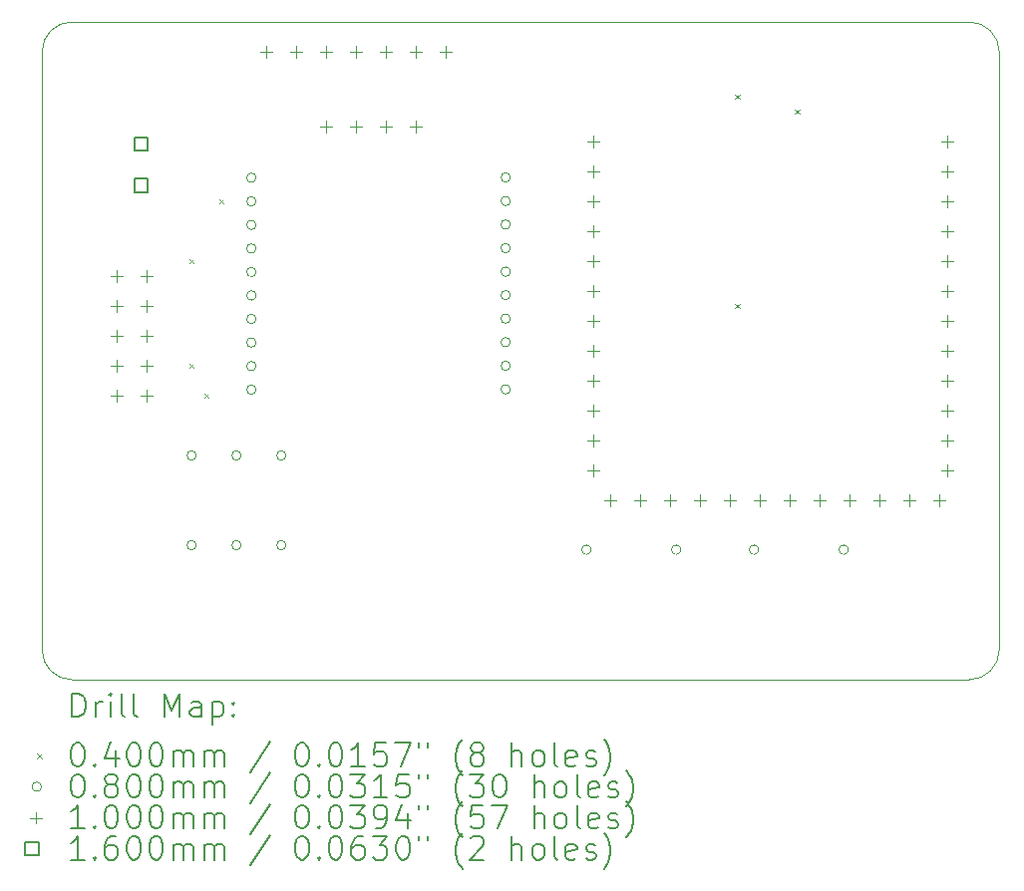
<source format=gbr>
%TF.GenerationSoftware,KiCad,Pcbnew,7.0.9*%
%TF.CreationDate,2025-10-08T14:44:17+03:00*%
%TF.ProjectId,signalgenerator-rounded,7369676e-616c-4676-956e-657261746f72,rev?*%
%TF.SameCoordinates,Original*%
%TF.FileFunction,Drillmap*%
%TF.FilePolarity,Positive*%
%FSLAX45Y45*%
G04 Gerber Fmt 4.5, Leading zero omitted, Abs format (unit mm)*
G04 Created by KiCad (PCBNEW 7.0.9) date 2025-10-08 14:44:17*
%MOMM*%
%LPD*%
G01*
G04 APERTURE LIST*
%ADD10C,0.100000*%
%ADD11C,0.200000*%
%ADD12C,0.160000*%
G04 APERTURE END LIST*
D10*
X2286000Y-7874000D02*
X2540000Y-7874000D01*
X2286000Y-2286000D02*
X2540000Y-2286000D01*
X2286000Y-2286000D02*
G75*
G03*
X2032000Y-2540000I0J-254000D01*
G01*
X2032000Y-7620000D02*
G75*
G03*
X2286000Y-7874000I254000J0D01*
G01*
X10160000Y-7620000D02*
X10160000Y-2540000D01*
X2032000Y-2540000D02*
X2032000Y-7620000D01*
X9906000Y-2286000D02*
X2540000Y-2286000D01*
X10160000Y-2540000D02*
G75*
G03*
X9906000Y-2286000I-254000J0D01*
G01*
X2540000Y-7874000D02*
X9906000Y-7874000D01*
X9906000Y-7874000D02*
G75*
G03*
X10160000Y-7620000I0J254000D01*
G01*
D11*
D10*
X3282000Y-4298000D02*
X3322000Y-4338000D01*
X3322000Y-4298000D02*
X3282000Y-4338000D01*
X3282000Y-5187000D02*
X3322000Y-5227000D01*
X3322000Y-5187000D02*
X3282000Y-5227000D01*
X3409000Y-5441000D02*
X3449000Y-5481000D01*
X3449000Y-5441000D02*
X3409000Y-5481000D01*
X3536000Y-3790000D02*
X3576000Y-3830000D01*
X3576000Y-3790000D02*
X3536000Y-3830000D01*
X3536000Y-3790000D02*
X3576000Y-3830000D01*
X3576000Y-3790000D02*
X3536000Y-3830000D01*
X7917500Y-2901000D02*
X7957500Y-2941000D01*
X7957500Y-2901000D02*
X7917500Y-2941000D01*
X7917500Y-4679000D02*
X7957500Y-4719000D01*
X7957500Y-4679000D02*
X7917500Y-4719000D01*
X8425500Y-3028000D02*
X8465500Y-3068000D01*
X8465500Y-3028000D02*
X8425500Y-3068000D01*
X3342000Y-5969000D02*
G75*
G03*
X3342000Y-5969000I-40000J0D01*
G01*
X3342000Y-6731000D02*
G75*
G03*
X3342000Y-6731000I-40000J0D01*
G01*
X3723000Y-5969000D02*
G75*
G03*
X3723000Y-5969000I-40000J0D01*
G01*
X3723000Y-6731000D02*
G75*
G03*
X3723000Y-6731000I-40000J0D01*
G01*
X3850000Y-3610000D02*
G75*
G03*
X3850000Y-3610000I-40000J0D01*
G01*
X3850000Y-3810000D02*
G75*
G03*
X3850000Y-3810000I-40000J0D01*
G01*
X3850000Y-4010000D02*
G75*
G03*
X3850000Y-4010000I-40000J0D01*
G01*
X3850000Y-4210000D02*
G75*
G03*
X3850000Y-4210000I-40000J0D01*
G01*
X3850000Y-4410000D02*
G75*
G03*
X3850000Y-4410000I-40000J0D01*
G01*
X3850000Y-4610000D02*
G75*
G03*
X3850000Y-4610000I-40000J0D01*
G01*
X3850000Y-4810000D02*
G75*
G03*
X3850000Y-4810000I-40000J0D01*
G01*
X3850000Y-5010000D02*
G75*
G03*
X3850000Y-5010000I-40000J0D01*
G01*
X3850000Y-5210000D02*
G75*
G03*
X3850000Y-5210000I-40000J0D01*
G01*
X3850000Y-5410000D02*
G75*
G03*
X3850000Y-5410000I-40000J0D01*
G01*
X4104000Y-5969000D02*
G75*
G03*
X4104000Y-5969000I-40000J0D01*
G01*
X4104000Y-6731000D02*
G75*
G03*
X4104000Y-6731000I-40000J0D01*
G01*
X6009000Y-3607000D02*
G75*
G03*
X6009000Y-3607000I-40000J0D01*
G01*
X6009000Y-3807000D02*
G75*
G03*
X6009000Y-3807000I-40000J0D01*
G01*
X6009000Y-4007000D02*
G75*
G03*
X6009000Y-4007000I-40000J0D01*
G01*
X6009000Y-4207000D02*
G75*
G03*
X6009000Y-4207000I-40000J0D01*
G01*
X6009000Y-4407000D02*
G75*
G03*
X6009000Y-4407000I-40000J0D01*
G01*
X6009000Y-4607000D02*
G75*
G03*
X6009000Y-4607000I-40000J0D01*
G01*
X6009000Y-4807000D02*
G75*
G03*
X6009000Y-4807000I-40000J0D01*
G01*
X6009000Y-5007000D02*
G75*
G03*
X6009000Y-5007000I-40000J0D01*
G01*
X6009000Y-5207000D02*
G75*
G03*
X6009000Y-5207000I-40000J0D01*
G01*
X6009000Y-5407000D02*
G75*
G03*
X6009000Y-5407000I-40000J0D01*
G01*
X6694800Y-6769100D02*
G75*
G03*
X6694800Y-6769100I-40000J0D01*
G01*
X7456800Y-6769100D02*
G75*
G03*
X7456800Y-6769100I-40000J0D01*
G01*
X8117200Y-6769100D02*
G75*
G03*
X8117200Y-6769100I-40000J0D01*
G01*
X8879200Y-6769100D02*
G75*
G03*
X8879200Y-6769100I-40000J0D01*
G01*
X2667000Y-4395000D02*
X2667000Y-4495000D01*
X2617000Y-4445000D02*
X2717000Y-4445000D01*
X2667000Y-4649000D02*
X2667000Y-4749000D01*
X2617000Y-4699000D02*
X2717000Y-4699000D01*
X2667000Y-4903000D02*
X2667000Y-5003000D01*
X2617000Y-4953000D02*
X2717000Y-4953000D01*
X2667000Y-5157000D02*
X2667000Y-5257000D01*
X2617000Y-5207000D02*
X2717000Y-5207000D01*
X2667000Y-5411000D02*
X2667000Y-5511000D01*
X2617000Y-5461000D02*
X2717000Y-5461000D01*
X2921000Y-4395000D02*
X2921000Y-4495000D01*
X2871000Y-4445000D02*
X2971000Y-4445000D01*
X2921000Y-4649000D02*
X2921000Y-4749000D01*
X2871000Y-4699000D02*
X2971000Y-4699000D01*
X2921000Y-4903000D02*
X2921000Y-5003000D01*
X2871000Y-4953000D02*
X2971000Y-4953000D01*
X2921000Y-5157000D02*
X2921000Y-5257000D01*
X2871000Y-5207000D02*
X2971000Y-5207000D01*
X2921000Y-5411000D02*
X2921000Y-5511000D01*
X2871000Y-5461000D02*
X2971000Y-5461000D01*
X3937000Y-2490000D02*
X3937000Y-2590000D01*
X3887000Y-2540000D02*
X3987000Y-2540000D01*
X4191000Y-2490000D02*
X4191000Y-2590000D01*
X4141000Y-2540000D02*
X4241000Y-2540000D01*
X4445000Y-2490000D02*
X4445000Y-2590000D01*
X4395000Y-2540000D02*
X4495000Y-2540000D01*
X4445000Y-3125000D02*
X4445000Y-3225000D01*
X4395000Y-3175000D02*
X4495000Y-3175000D01*
X4699000Y-2490000D02*
X4699000Y-2590000D01*
X4649000Y-2540000D02*
X4749000Y-2540000D01*
X4699000Y-3125000D02*
X4699000Y-3225000D01*
X4649000Y-3175000D02*
X4749000Y-3175000D01*
X4953000Y-2490000D02*
X4953000Y-2590000D01*
X4903000Y-2540000D02*
X5003000Y-2540000D01*
X4953000Y-3125000D02*
X4953000Y-3225000D01*
X4903000Y-3175000D02*
X5003000Y-3175000D01*
X5207000Y-2490000D02*
X5207000Y-2590000D01*
X5157000Y-2540000D02*
X5257000Y-2540000D01*
X5207000Y-3125000D02*
X5207000Y-3225000D01*
X5157000Y-3175000D02*
X5257000Y-3175000D01*
X5461000Y-2490000D02*
X5461000Y-2590000D01*
X5411000Y-2540000D02*
X5511000Y-2540000D01*
X6712150Y-3252000D02*
X6712150Y-3352000D01*
X6662150Y-3302000D02*
X6762150Y-3302000D01*
X6712150Y-3506000D02*
X6712150Y-3606000D01*
X6662150Y-3556000D02*
X6762150Y-3556000D01*
X6712150Y-3760000D02*
X6712150Y-3860000D01*
X6662150Y-3810000D02*
X6762150Y-3810000D01*
X6712150Y-4014000D02*
X6712150Y-4114000D01*
X6662150Y-4064000D02*
X6762150Y-4064000D01*
X6712150Y-4268000D02*
X6712150Y-4368000D01*
X6662150Y-4318000D02*
X6762150Y-4318000D01*
X6712150Y-4522000D02*
X6712150Y-4622000D01*
X6662150Y-4572000D02*
X6762150Y-4572000D01*
X6712150Y-4776000D02*
X6712150Y-4876000D01*
X6662150Y-4826000D02*
X6762150Y-4826000D01*
X6712150Y-5030000D02*
X6712150Y-5130000D01*
X6662150Y-5080000D02*
X6762150Y-5080000D01*
X6712150Y-5284000D02*
X6712150Y-5384000D01*
X6662150Y-5334000D02*
X6762150Y-5334000D01*
X6712150Y-5538000D02*
X6712150Y-5638000D01*
X6662150Y-5588000D02*
X6762150Y-5588000D01*
X6712150Y-5792000D02*
X6712150Y-5892000D01*
X6662150Y-5842000D02*
X6762150Y-5842000D01*
X6712150Y-6046000D02*
X6712150Y-6146000D01*
X6662150Y-6096000D02*
X6762150Y-6096000D01*
X6858000Y-6300000D02*
X6858000Y-6400000D01*
X6808000Y-6350000D02*
X6908000Y-6350000D01*
X7112000Y-6300000D02*
X7112000Y-6400000D01*
X7062000Y-6350000D02*
X7162000Y-6350000D01*
X7366000Y-6300000D02*
X7366000Y-6400000D01*
X7316000Y-6350000D02*
X7416000Y-6350000D01*
X7620000Y-6300000D02*
X7620000Y-6400000D01*
X7570000Y-6350000D02*
X7670000Y-6350000D01*
X7874000Y-6300000D02*
X7874000Y-6400000D01*
X7824000Y-6350000D02*
X7924000Y-6350000D01*
X8128000Y-6300000D02*
X8128000Y-6400000D01*
X8078000Y-6350000D02*
X8178000Y-6350000D01*
X8382000Y-6300000D02*
X8382000Y-6400000D01*
X8332000Y-6350000D02*
X8432000Y-6350000D01*
X8636000Y-6300000D02*
X8636000Y-6400000D01*
X8586000Y-6350000D02*
X8686000Y-6350000D01*
X8890000Y-6300000D02*
X8890000Y-6400000D01*
X8840000Y-6350000D02*
X8940000Y-6350000D01*
X9144000Y-6300000D02*
X9144000Y-6400000D01*
X9094000Y-6350000D02*
X9194000Y-6350000D01*
X9398000Y-6300000D02*
X9398000Y-6400000D01*
X9348000Y-6350000D02*
X9448000Y-6350000D01*
X9652000Y-6300000D02*
X9652000Y-6400000D01*
X9602000Y-6350000D02*
X9702000Y-6350000D01*
X9720050Y-3252000D02*
X9720050Y-3352000D01*
X9670050Y-3302000D02*
X9770050Y-3302000D01*
X9720050Y-3506000D02*
X9720050Y-3606000D01*
X9670050Y-3556000D02*
X9770050Y-3556000D01*
X9720050Y-3760000D02*
X9720050Y-3860000D01*
X9670050Y-3810000D02*
X9770050Y-3810000D01*
X9720050Y-4014000D02*
X9720050Y-4114000D01*
X9670050Y-4064000D02*
X9770050Y-4064000D01*
X9720050Y-4268000D02*
X9720050Y-4368000D01*
X9670050Y-4318000D02*
X9770050Y-4318000D01*
X9720050Y-4522000D02*
X9720050Y-4622000D01*
X9670050Y-4572000D02*
X9770050Y-4572000D01*
X9720050Y-4776000D02*
X9720050Y-4876000D01*
X9670050Y-4826000D02*
X9770050Y-4826000D01*
X9720050Y-5030000D02*
X9720050Y-5130000D01*
X9670050Y-5080000D02*
X9770050Y-5080000D01*
X9720050Y-5284000D02*
X9720050Y-5384000D01*
X9670050Y-5334000D02*
X9770050Y-5334000D01*
X9720050Y-5538000D02*
X9720050Y-5638000D01*
X9670050Y-5588000D02*
X9770050Y-5588000D01*
X9720050Y-5792000D02*
X9720050Y-5892000D01*
X9670050Y-5842000D02*
X9770050Y-5842000D01*
X9720050Y-6046000D02*
X9720050Y-6146000D01*
X9670050Y-6096000D02*
X9770050Y-6096000D01*
D12*
X2929309Y-3381429D02*
X2929309Y-3268291D01*
X2816171Y-3268291D01*
X2816171Y-3381429D01*
X2929309Y-3381429D01*
X2929309Y-3731429D02*
X2929309Y-3618291D01*
X2816171Y-3618291D01*
X2816171Y-3731429D01*
X2929309Y-3731429D01*
D11*
X2287777Y-8190484D02*
X2287777Y-7990484D01*
X2287777Y-7990484D02*
X2335396Y-7990484D01*
X2335396Y-7990484D02*
X2363967Y-8000008D01*
X2363967Y-8000008D02*
X2383015Y-8019055D01*
X2383015Y-8019055D02*
X2392539Y-8038103D01*
X2392539Y-8038103D02*
X2402063Y-8076198D01*
X2402063Y-8076198D02*
X2402063Y-8104769D01*
X2402063Y-8104769D02*
X2392539Y-8142865D01*
X2392539Y-8142865D02*
X2383015Y-8161912D01*
X2383015Y-8161912D02*
X2363967Y-8180960D01*
X2363967Y-8180960D02*
X2335396Y-8190484D01*
X2335396Y-8190484D02*
X2287777Y-8190484D01*
X2487777Y-8190484D02*
X2487777Y-8057150D01*
X2487777Y-8095246D02*
X2497301Y-8076198D01*
X2497301Y-8076198D02*
X2506824Y-8066674D01*
X2506824Y-8066674D02*
X2525872Y-8057150D01*
X2525872Y-8057150D02*
X2544920Y-8057150D01*
X2611586Y-8190484D02*
X2611586Y-8057150D01*
X2611586Y-7990484D02*
X2602063Y-8000008D01*
X2602063Y-8000008D02*
X2611586Y-8009531D01*
X2611586Y-8009531D02*
X2621110Y-8000008D01*
X2621110Y-8000008D02*
X2611586Y-7990484D01*
X2611586Y-7990484D02*
X2611586Y-8009531D01*
X2735396Y-8190484D02*
X2716348Y-8180960D01*
X2716348Y-8180960D02*
X2706824Y-8161912D01*
X2706824Y-8161912D02*
X2706824Y-7990484D01*
X2840158Y-8190484D02*
X2821110Y-8180960D01*
X2821110Y-8180960D02*
X2811586Y-8161912D01*
X2811586Y-8161912D02*
X2811586Y-7990484D01*
X3068729Y-8190484D02*
X3068729Y-7990484D01*
X3068729Y-7990484D02*
X3135396Y-8133341D01*
X3135396Y-8133341D02*
X3202062Y-7990484D01*
X3202062Y-7990484D02*
X3202062Y-8190484D01*
X3383015Y-8190484D02*
X3383015Y-8085722D01*
X3383015Y-8085722D02*
X3373491Y-8066674D01*
X3373491Y-8066674D02*
X3354443Y-8057150D01*
X3354443Y-8057150D02*
X3316348Y-8057150D01*
X3316348Y-8057150D02*
X3297301Y-8066674D01*
X3383015Y-8180960D02*
X3363967Y-8190484D01*
X3363967Y-8190484D02*
X3316348Y-8190484D01*
X3316348Y-8190484D02*
X3297301Y-8180960D01*
X3297301Y-8180960D02*
X3287777Y-8161912D01*
X3287777Y-8161912D02*
X3287777Y-8142865D01*
X3287777Y-8142865D02*
X3297301Y-8123817D01*
X3297301Y-8123817D02*
X3316348Y-8114293D01*
X3316348Y-8114293D02*
X3363967Y-8114293D01*
X3363967Y-8114293D02*
X3383015Y-8104769D01*
X3478253Y-8057150D02*
X3478253Y-8257150D01*
X3478253Y-8066674D02*
X3497301Y-8057150D01*
X3497301Y-8057150D02*
X3535396Y-8057150D01*
X3535396Y-8057150D02*
X3554443Y-8066674D01*
X3554443Y-8066674D02*
X3563967Y-8076198D01*
X3563967Y-8076198D02*
X3573491Y-8095246D01*
X3573491Y-8095246D02*
X3573491Y-8152388D01*
X3573491Y-8152388D02*
X3563967Y-8171436D01*
X3563967Y-8171436D02*
X3554443Y-8180960D01*
X3554443Y-8180960D02*
X3535396Y-8190484D01*
X3535396Y-8190484D02*
X3497301Y-8190484D01*
X3497301Y-8190484D02*
X3478253Y-8180960D01*
X3659205Y-8171436D02*
X3668729Y-8180960D01*
X3668729Y-8180960D02*
X3659205Y-8190484D01*
X3659205Y-8190484D02*
X3649682Y-8180960D01*
X3649682Y-8180960D02*
X3659205Y-8171436D01*
X3659205Y-8171436D02*
X3659205Y-8190484D01*
X3659205Y-8066674D02*
X3668729Y-8076198D01*
X3668729Y-8076198D02*
X3659205Y-8085722D01*
X3659205Y-8085722D02*
X3649682Y-8076198D01*
X3649682Y-8076198D02*
X3659205Y-8066674D01*
X3659205Y-8066674D02*
X3659205Y-8085722D01*
D10*
X1987000Y-8499000D02*
X2027000Y-8539000D01*
X2027000Y-8499000D02*
X1987000Y-8539000D01*
D11*
X2325872Y-8410484D02*
X2344920Y-8410484D01*
X2344920Y-8410484D02*
X2363967Y-8420008D01*
X2363967Y-8420008D02*
X2373491Y-8429531D01*
X2373491Y-8429531D02*
X2383015Y-8448579D01*
X2383015Y-8448579D02*
X2392539Y-8486674D01*
X2392539Y-8486674D02*
X2392539Y-8534293D01*
X2392539Y-8534293D02*
X2383015Y-8572389D01*
X2383015Y-8572389D02*
X2373491Y-8591436D01*
X2373491Y-8591436D02*
X2363967Y-8600960D01*
X2363967Y-8600960D02*
X2344920Y-8610484D01*
X2344920Y-8610484D02*
X2325872Y-8610484D01*
X2325872Y-8610484D02*
X2306824Y-8600960D01*
X2306824Y-8600960D02*
X2297301Y-8591436D01*
X2297301Y-8591436D02*
X2287777Y-8572389D01*
X2287777Y-8572389D02*
X2278253Y-8534293D01*
X2278253Y-8534293D02*
X2278253Y-8486674D01*
X2278253Y-8486674D02*
X2287777Y-8448579D01*
X2287777Y-8448579D02*
X2297301Y-8429531D01*
X2297301Y-8429531D02*
X2306824Y-8420008D01*
X2306824Y-8420008D02*
X2325872Y-8410484D01*
X2478253Y-8591436D02*
X2487777Y-8600960D01*
X2487777Y-8600960D02*
X2478253Y-8610484D01*
X2478253Y-8610484D02*
X2468729Y-8600960D01*
X2468729Y-8600960D02*
X2478253Y-8591436D01*
X2478253Y-8591436D02*
X2478253Y-8610484D01*
X2659205Y-8477150D02*
X2659205Y-8610484D01*
X2611586Y-8400960D02*
X2563967Y-8543817D01*
X2563967Y-8543817D02*
X2687777Y-8543817D01*
X2802062Y-8410484D02*
X2821110Y-8410484D01*
X2821110Y-8410484D02*
X2840158Y-8420008D01*
X2840158Y-8420008D02*
X2849682Y-8429531D01*
X2849682Y-8429531D02*
X2859205Y-8448579D01*
X2859205Y-8448579D02*
X2868729Y-8486674D01*
X2868729Y-8486674D02*
X2868729Y-8534293D01*
X2868729Y-8534293D02*
X2859205Y-8572389D01*
X2859205Y-8572389D02*
X2849682Y-8591436D01*
X2849682Y-8591436D02*
X2840158Y-8600960D01*
X2840158Y-8600960D02*
X2821110Y-8610484D01*
X2821110Y-8610484D02*
X2802062Y-8610484D01*
X2802062Y-8610484D02*
X2783015Y-8600960D01*
X2783015Y-8600960D02*
X2773491Y-8591436D01*
X2773491Y-8591436D02*
X2763967Y-8572389D01*
X2763967Y-8572389D02*
X2754444Y-8534293D01*
X2754444Y-8534293D02*
X2754444Y-8486674D01*
X2754444Y-8486674D02*
X2763967Y-8448579D01*
X2763967Y-8448579D02*
X2773491Y-8429531D01*
X2773491Y-8429531D02*
X2783015Y-8420008D01*
X2783015Y-8420008D02*
X2802062Y-8410484D01*
X2992539Y-8410484D02*
X3011586Y-8410484D01*
X3011586Y-8410484D02*
X3030634Y-8420008D01*
X3030634Y-8420008D02*
X3040158Y-8429531D01*
X3040158Y-8429531D02*
X3049682Y-8448579D01*
X3049682Y-8448579D02*
X3059205Y-8486674D01*
X3059205Y-8486674D02*
X3059205Y-8534293D01*
X3059205Y-8534293D02*
X3049682Y-8572389D01*
X3049682Y-8572389D02*
X3040158Y-8591436D01*
X3040158Y-8591436D02*
X3030634Y-8600960D01*
X3030634Y-8600960D02*
X3011586Y-8610484D01*
X3011586Y-8610484D02*
X2992539Y-8610484D01*
X2992539Y-8610484D02*
X2973491Y-8600960D01*
X2973491Y-8600960D02*
X2963967Y-8591436D01*
X2963967Y-8591436D02*
X2954443Y-8572389D01*
X2954443Y-8572389D02*
X2944920Y-8534293D01*
X2944920Y-8534293D02*
X2944920Y-8486674D01*
X2944920Y-8486674D02*
X2954443Y-8448579D01*
X2954443Y-8448579D02*
X2963967Y-8429531D01*
X2963967Y-8429531D02*
X2973491Y-8420008D01*
X2973491Y-8420008D02*
X2992539Y-8410484D01*
X3144920Y-8610484D02*
X3144920Y-8477150D01*
X3144920Y-8496198D02*
X3154443Y-8486674D01*
X3154443Y-8486674D02*
X3173491Y-8477150D01*
X3173491Y-8477150D02*
X3202063Y-8477150D01*
X3202063Y-8477150D02*
X3221110Y-8486674D01*
X3221110Y-8486674D02*
X3230634Y-8505722D01*
X3230634Y-8505722D02*
X3230634Y-8610484D01*
X3230634Y-8505722D02*
X3240158Y-8486674D01*
X3240158Y-8486674D02*
X3259205Y-8477150D01*
X3259205Y-8477150D02*
X3287777Y-8477150D01*
X3287777Y-8477150D02*
X3306824Y-8486674D01*
X3306824Y-8486674D02*
X3316348Y-8505722D01*
X3316348Y-8505722D02*
X3316348Y-8610484D01*
X3411586Y-8610484D02*
X3411586Y-8477150D01*
X3411586Y-8496198D02*
X3421110Y-8486674D01*
X3421110Y-8486674D02*
X3440158Y-8477150D01*
X3440158Y-8477150D02*
X3468729Y-8477150D01*
X3468729Y-8477150D02*
X3487777Y-8486674D01*
X3487777Y-8486674D02*
X3497301Y-8505722D01*
X3497301Y-8505722D02*
X3497301Y-8610484D01*
X3497301Y-8505722D02*
X3506824Y-8486674D01*
X3506824Y-8486674D02*
X3525872Y-8477150D01*
X3525872Y-8477150D02*
X3554443Y-8477150D01*
X3554443Y-8477150D02*
X3573491Y-8486674D01*
X3573491Y-8486674D02*
X3583015Y-8505722D01*
X3583015Y-8505722D02*
X3583015Y-8610484D01*
X3973491Y-8400960D02*
X3802063Y-8658103D01*
X4230634Y-8410484D02*
X4249682Y-8410484D01*
X4249682Y-8410484D02*
X4268729Y-8420008D01*
X4268729Y-8420008D02*
X4278253Y-8429531D01*
X4278253Y-8429531D02*
X4287777Y-8448579D01*
X4287777Y-8448579D02*
X4297301Y-8486674D01*
X4297301Y-8486674D02*
X4297301Y-8534293D01*
X4297301Y-8534293D02*
X4287777Y-8572389D01*
X4287777Y-8572389D02*
X4278253Y-8591436D01*
X4278253Y-8591436D02*
X4268729Y-8600960D01*
X4268729Y-8600960D02*
X4249682Y-8610484D01*
X4249682Y-8610484D02*
X4230634Y-8610484D01*
X4230634Y-8610484D02*
X4211587Y-8600960D01*
X4211587Y-8600960D02*
X4202063Y-8591436D01*
X4202063Y-8591436D02*
X4192539Y-8572389D01*
X4192539Y-8572389D02*
X4183015Y-8534293D01*
X4183015Y-8534293D02*
X4183015Y-8486674D01*
X4183015Y-8486674D02*
X4192539Y-8448579D01*
X4192539Y-8448579D02*
X4202063Y-8429531D01*
X4202063Y-8429531D02*
X4211587Y-8420008D01*
X4211587Y-8420008D02*
X4230634Y-8410484D01*
X4383015Y-8591436D02*
X4392539Y-8600960D01*
X4392539Y-8600960D02*
X4383015Y-8610484D01*
X4383015Y-8610484D02*
X4373491Y-8600960D01*
X4373491Y-8600960D02*
X4383015Y-8591436D01*
X4383015Y-8591436D02*
X4383015Y-8610484D01*
X4516348Y-8410484D02*
X4535396Y-8410484D01*
X4535396Y-8410484D02*
X4554444Y-8420008D01*
X4554444Y-8420008D02*
X4563968Y-8429531D01*
X4563968Y-8429531D02*
X4573491Y-8448579D01*
X4573491Y-8448579D02*
X4583015Y-8486674D01*
X4583015Y-8486674D02*
X4583015Y-8534293D01*
X4583015Y-8534293D02*
X4573491Y-8572389D01*
X4573491Y-8572389D02*
X4563968Y-8591436D01*
X4563968Y-8591436D02*
X4554444Y-8600960D01*
X4554444Y-8600960D02*
X4535396Y-8610484D01*
X4535396Y-8610484D02*
X4516348Y-8610484D01*
X4516348Y-8610484D02*
X4497301Y-8600960D01*
X4497301Y-8600960D02*
X4487777Y-8591436D01*
X4487777Y-8591436D02*
X4478253Y-8572389D01*
X4478253Y-8572389D02*
X4468729Y-8534293D01*
X4468729Y-8534293D02*
X4468729Y-8486674D01*
X4468729Y-8486674D02*
X4478253Y-8448579D01*
X4478253Y-8448579D02*
X4487777Y-8429531D01*
X4487777Y-8429531D02*
X4497301Y-8420008D01*
X4497301Y-8420008D02*
X4516348Y-8410484D01*
X4773491Y-8610484D02*
X4659206Y-8610484D01*
X4716348Y-8610484D02*
X4716348Y-8410484D01*
X4716348Y-8410484D02*
X4697301Y-8439055D01*
X4697301Y-8439055D02*
X4678253Y-8458103D01*
X4678253Y-8458103D02*
X4659206Y-8467627D01*
X4954444Y-8410484D02*
X4859206Y-8410484D01*
X4859206Y-8410484D02*
X4849682Y-8505722D01*
X4849682Y-8505722D02*
X4859206Y-8496198D01*
X4859206Y-8496198D02*
X4878253Y-8486674D01*
X4878253Y-8486674D02*
X4925872Y-8486674D01*
X4925872Y-8486674D02*
X4944920Y-8496198D01*
X4944920Y-8496198D02*
X4954444Y-8505722D01*
X4954444Y-8505722D02*
X4963968Y-8524770D01*
X4963968Y-8524770D02*
X4963968Y-8572389D01*
X4963968Y-8572389D02*
X4954444Y-8591436D01*
X4954444Y-8591436D02*
X4944920Y-8600960D01*
X4944920Y-8600960D02*
X4925872Y-8610484D01*
X4925872Y-8610484D02*
X4878253Y-8610484D01*
X4878253Y-8610484D02*
X4859206Y-8600960D01*
X4859206Y-8600960D02*
X4849682Y-8591436D01*
X5030634Y-8410484D02*
X5163968Y-8410484D01*
X5163968Y-8410484D02*
X5078253Y-8610484D01*
X5230634Y-8410484D02*
X5230634Y-8448579D01*
X5306825Y-8410484D02*
X5306825Y-8448579D01*
X5602063Y-8686674D02*
X5592539Y-8677150D01*
X5592539Y-8677150D02*
X5573491Y-8648579D01*
X5573491Y-8648579D02*
X5563968Y-8629531D01*
X5563968Y-8629531D02*
X5554444Y-8600960D01*
X5554444Y-8600960D02*
X5544920Y-8553341D01*
X5544920Y-8553341D02*
X5544920Y-8515246D01*
X5544920Y-8515246D02*
X5554444Y-8467627D01*
X5554444Y-8467627D02*
X5563968Y-8439055D01*
X5563968Y-8439055D02*
X5573491Y-8420008D01*
X5573491Y-8420008D02*
X5592539Y-8391436D01*
X5592539Y-8391436D02*
X5602063Y-8381912D01*
X5706825Y-8496198D02*
X5687777Y-8486674D01*
X5687777Y-8486674D02*
X5678253Y-8477150D01*
X5678253Y-8477150D02*
X5668729Y-8458103D01*
X5668729Y-8458103D02*
X5668729Y-8448579D01*
X5668729Y-8448579D02*
X5678253Y-8429531D01*
X5678253Y-8429531D02*
X5687777Y-8420008D01*
X5687777Y-8420008D02*
X5706825Y-8410484D01*
X5706825Y-8410484D02*
X5744920Y-8410484D01*
X5744920Y-8410484D02*
X5763968Y-8420008D01*
X5763968Y-8420008D02*
X5773491Y-8429531D01*
X5773491Y-8429531D02*
X5783015Y-8448579D01*
X5783015Y-8448579D02*
X5783015Y-8458103D01*
X5783015Y-8458103D02*
X5773491Y-8477150D01*
X5773491Y-8477150D02*
X5763968Y-8486674D01*
X5763968Y-8486674D02*
X5744920Y-8496198D01*
X5744920Y-8496198D02*
X5706825Y-8496198D01*
X5706825Y-8496198D02*
X5687777Y-8505722D01*
X5687777Y-8505722D02*
X5678253Y-8515246D01*
X5678253Y-8515246D02*
X5668729Y-8534293D01*
X5668729Y-8534293D02*
X5668729Y-8572389D01*
X5668729Y-8572389D02*
X5678253Y-8591436D01*
X5678253Y-8591436D02*
X5687777Y-8600960D01*
X5687777Y-8600960D02*
X5706825Y-8610484D01*
X5706825Y-8610484D02*
X5744920Y-8610484D01*
X5744920Y-8610484D02*
X5763968Y-8600960D01*
X5763968Y-8600960D02*
X5773491Y-8591436D01*
X5773491Y-8591436D02*
X5783015Y-8572389D01*
X5783015Y-8572389D02*
X5783015Y-8534293D01*
X5783015Y-8534293D02*
X5773491Y-8515246D01*
X5773491Y-8515246D02*
X5763968Y-8505722D01*
X5763968Y-8505722D02*
X5744920Y-8496198D01*
X6021110Y-8610484D02*
X6021110Y-8410484D01*
X6106825Y-8610484D02*
X6106825Y-8505722D01*
X6106825Y-8505722D02*
X6097301Y-8486674D01*
X6097301Y-8486674D02*
X6078253Y-8477150D01*
X6078253Y-8477150D02*
X6049682Y-8477150D01*
X6049682Y-8477150D02*
X6030634Y-8486674D01*
X6030634Y-8486674D02*
X6021110Y-8496198D01*
X6230634Y-8610484D02*
X6211587Y-8600960D01*
X6211587Y-8600960D02*
X6202063Y-8591436D01*
X6202063Y-8591436D02*
X6192539Y-8572389D01*
X6192539Y-8572389D02*
X6192539Y-8515246D01*
X6192539Y-8515246D02*
X6202063Y-8496198D01*
X6202063Y-8496198D02*
X6211587Y-8486674D01*
X6211587Y-8486674D02*
X6230634Y-8477150D01*
X6230634Y-8477150D02*
X6259206Y-8477150D01*
X6259206Y-8477150D02*
X6278253Y-8486674D01*
X6278253Y-8486674D02*
X6287777Y-8496198D01*
X6287777Y-8496198D02*
X6297301Y-8515246D01*
X6297301Y-8515246D02*
X6297301Y-8572389D01*
X6297301Y-8572389D02*
X6287777Y-8591436D01*
X6287777Y-8591436D02*
X6278253Y-8600960D01*
X6278253Y-8600960D02*
X6259206Y-8610484D01*
X6259206Y-8610484D02*
X6230634Y-8610484D01*
X6411587Y-8610484D02*
X6392539Y-8600960D01*
X6392539Y-8600960D02*
X6383015Y-8581912D01*
X6383015Y-8581912D02*
X6383015Y-8410484D01*
X6563968Y-8600960D02*
X6544920Y-8610484D01*
X6544920Y-8610484D02*
X6506825Y-8610484D01*
X6506825Y-8610484D02*
X6487777Y-8600960D01*
X6487777Y-8600960D02*
X6478253Y-8581912D01*
X6478253Y-8581912D02*
X6478253Y-8505722D01*
X6478253Y-8505722D02*
X6487777Y-8486674D01*
X6487777Y-8486674D02*
X6506825Y-8477150D01*
X6506825Y-8477150D02*
X6544920Y-8477150D01*
X6544920Y-8477150D02*
X6563968Y-8486674D01*
X6563968Y-8486674D02*
X6573491Y-8505722D01*
X6573491Y-8505722D02*
X6573491Y-8524770D01*
X6573491Y-8524770D02*
X6478253Y-8543817D01*
X6649682Y-8600960D02*
X6668730Y-8610484D01*
X6668730Y-8610484D02*
X6706825Y-8610484D01*
X6706825Y-8610484D02*
X6725872Y-8600960D01*
X6725872Y-8600960D02*
X6735396Y-8581912D01*
X6735396Y-8581912D02*
X6735396Y-8572389D01*
X6735396Y-8572389D02*
X6725872Y-8553341D01*
X6725872Y-8553341D02*
X6706825Y-8543817D01*
X6706825Y-8543817D02*
X6678253Y-8543817D01*
X6678253Y-8543817D02*
X6659206Y-8534293D01*
X6659206Y-8534293D02*
X6649682Y-8515246D01*
X6649682Y-8515246D02*
X6649682Y-8505722D01*
X6649682Y-8505722D02*
X6659206Y-8486674D01*
X6659206Y-8486674D02*
X6678253Y-8477150D01*
X6678253Y-8477150D02*
X6706825Y-8477150D01*
X6706825Y-8477150D02*
X6725872Y-8486674D01*
X6802063Y-8686674D02*
X6811587Y-8677150D01*
X6811587Y-8677150D02*
X6830634Y-8648579D01*
X6830634Y-8648579D02*
X6840158Y-8629531D01*
X6840158Y-8629531D02*
X6849682Y-8600960D01*
X6849682Y-8600960D02*
X6859206Y-8553341D01*
X6859206Y-8553341D02*
X6859206Y-8515246D01*
X6859206Y-8515246D02*
X6849682Y-8467627D01*
X6849682Y-8467627D02*
X6840158Y-8439055D01*
X6840158Y-8439055D02*
X6830634Y-8420008D01*
X6830634Y-8420008D02*
X6811587Y-8391436D01*
X6811587Y-8391436D02*
X6802063Y-8381912D01*
D10*
X2027000Y-8783000D02*
G75*
G03*
X2027000Y-8783000I-40000J0D01*
G01*
D11*
X2325872Y-8674484D02*
X2344920Y-8674484D01*
X2344920Y-8674484D02*
X2363967Y-8684008D01*
X2363967Y-8684008D02*
X2373491Y-8693531D01*
X2373491Y-8693531D02*
X2383015Y-8712579D01*
X2383015Y-8712579D02*
X2392539Y-8750674D01*
X2392539Y-8750674D02*
X2392539Y-8798293D01*
X2392539Y-8798293D02*
X2383015Y-8836389D01*
X2383015Y-8836389D02*
X2373491Y-8855436D01*
X2373491Y-8855436D02*
X2363967Y-8864960D01*
X2363967Y-8864960D02*
X2344920Y-8874484D01*
X2344920Y-8874484D02*
X2325872Y-8874484D01*
X2325872Y-8874484D02*
X2306824Y-8864960D01*
X2306824Y-8864960D02*
X2297301Y-8855436D01*
X2297301Y-8855436D02*
X2287777Y-8836389D01*
X2287777Y-8836389D02*
X2278253Y-8798293D01*
X2278253Y-8798293D02*
X2278253Y-8750674D01*
X2278253Y-8750674D02*
X2287777Y-8712579D01*
X2287777Y-8712579D02*
X2297301Y-8693531D01*
X2297301Y-8693531D02*
X2306824Y-8684008D01*
X2306824Y-8684008D02*
X2325872Y-8674484D01*
X2478253Y-8855436D02*
X2487777Y-8864960D01*
X2487777Y-8864960D02*
X2478253Y-8874484D01*
X2478253Y-8874484D02*
X2468729Y-8864960D01*
X2468729Y-8864960D02*
X2478253Y-8855436D01*
X2478253Y-8855436D02*
X2478253Y-8874484D01*
X2602063Y-8760198D02*
X2583015Y-8750674D01*
X2583015Y-8750674D02*
X2573491Y-8741150D01*
X2573491Y-8741150D02*
X2563967Y-8722103D01*
X2563967Y-8722103D02*
X2563967Y-8712579D01*
X2563967Y-8712579D02*
X2573491Y-8693531D01*
X2573491Y-8693531D02*
X2583015Y-8684008D01*
X2583015Y-8684008D02*
X2602063Y-8674484D01*
X2602063Y-8674484D02*
X2640158Y-8674484D01*
X2640158Y-8674484D02*
X2659205Y-8684008D01*
X2659205Y-8684008D02*
X2668729Y-8693531D01*
X2668729Y-8693531D02*
X2678253Y-8712579D01*
X2678253Y-8712579D02*
X2678253Y-8722103D01*
X2678253Y-8722103D02*
X2668729Y-8741150D01*
X2668729Y-8741150D02*
X2659205Y-8750674D01*
X2659205Y-8750674D02*
X2640158Y-8760198D01*
X2640158Y-8760198D02*
X2602063Y-8760198D01*
X2602063Y-8760198D02*
X2583015Y-8769722D01*
X2583015Y-8769722D02*
X2573491Y-8779246D01*
X2573491Y-8779246D02*
X2563967Y-8798293D01*
X2563967Y-8798293D02*
X2563967Y-8836389D01*
X2563967Y-8836389D02*
X2573491Y-8855436D01*
X2573491Y-8855436D02*
X2583015Y-8864960D01*
X2583015Y-8864960D02*
X2602063Y-8874484D01*
X2602063Y-8874484D02*
X2640158Y-8874484D01*
X2640158Y-8874484D02*
X2659205Y-8864960D01*
X2659205Y-8864960D02*
X2668729Y-8855436D01*
X2668729Y-8855436D02*
X2678253Y-8836389D01*
X2678253Y-8836389D02*
X2678253Y-8798293D01*
X2678253Y-8798293D02*
X2668729Y-8779246D01*
X2668729Y-8779246D02*
X2659205Y-8769722D01*
X2659205Y-8769722D02*
X2640158Y-8760198D01*
X2802062Y-8674484D02*
X2821110Y-8674484D01*
X2821110Y-8674484D02*
X2840158Y-8684008D01*
X2840158Y-8684008D02*
X2849682Y-8693531D01*
X2849682Y-8693531D02*
X2859205Y-8712579D01*
X2859205Y-8712579D02*
X2868729Y-8750674D01*
X2868729Y-8750674D02*
X2868729Y-8798293D01*
X2868729Y-8798293D02*
X2859205Y-8836389D01*
X2859205Y-8836389D02*
X2849682Y-8855436D01*
X2849682Y-8855436D02*
X2840158Y-8864960D01*
X2840158Y-8864960D02*
X2821110Y-8874484D01*
X2821110Y-8874484D02*
X2802062Y-8874484D01*
X2802062Y-8874484D02*
X2783015Y-8864960D01*
X2783015Y-8864960D02*
X2773491Y-8855436D01*
X2773491Y-8855436D02*
X2763967Y-8836389D01*
X2763967Y-8836389D02*
X2754444Y-8798293D01*
X2754444Y-8798293D02*
X2754444Y-8750674D01*
X2754444Y-8750674D02*
X2763967Y-8712579D01*
X2763967Y-8712579D02*
X2773491Y-8693531D01*
X2773491Y-8693531D02*
X2783015Y-8684008D01*
X2783015Y-8684008D02*
X2802062Y-8674484D01*
X2992539Y-8674484D02*
X3011586Y-8674484D01*
X3011586Y-8674484D02*
X3030634Y-8684008D01*
X3030634Y-8684008D02*
X3040158Y-8693531D01*
X3040158Y-8693531D02*
X3049682Y-8712579D01*
X3049682Y-8712579D02*
X3059205Y-8750674D01*
X3059205Y-8750674D02*
X3059205Y-8798293D01*
X3059205Y-8798293D02*
X3049682Y-8836389D01*
X3049682Y-8836389D02*
X3040158Y-8855436D01*
X3040158Y-8855436D02*
X3030634Y-8864960D01*
X3030634Y-8864960D02*
X3011586Y-8874484D01*
X3011586Y-8874484D02*
X2992539Y-8874484D01*
X2992539Y-8874484D02*
X2973491Y-8864960D01*
X2973491Y-8864960D02*
X2963967Y-8855436D01*
X2963967Y-8855436D02*
X2954443Y-8836389D01*
X2954443Y-8836389D02*
X2944920Y-8798293D01*
X2944920Y-8798293D02*
X2944920Y-8750674D01*
X2944920Y-8750674D02*
X2954443Y-8712579D01*
X2954443Y-8712579D02*
X2963967Y-8693531D01*
X2963967Y-8693531D02*
X2973491Y-8684008D01*
X2973491Y-8684008D02*
X2992539Y-8674484D01*
X3144920Y-8874484D02*
X3144920Y-8741150D01*
X3144920Y-8760198D02*
X3154443Y-8750674D01*
X3154443Y-8750674D02*
X3173491Y-8741150D01*
X3173491Y-8741150D02*
X3202063Y-8741150D01*
X3202063Y-8741150D02*
X3221110Y-8750674D01*
X3221110Y-8750674D02*
X3230634Y-8769722D01*
X3230634Y-8769722D02*
X3230634Y-8874484D01*
X3230634Y-8769722D02*
X3240158Y-8750674D01*
X3240158Y-8750674D02*
X3259205Y-8741150D01*
X3259205Y-8741150D02*
X3287777Y-8741150D01*
X3287777Y-8741150D02*
X3306824Y-8750674D01*
X3306824Y-8750674D02*
X3316348Y-8769722D01*
X3316348Y-8769722D02*
X3316348Y-8874484D01*
X3411586Y-8874484D02*
X3411586Y-8741150D01*
X3411586Y-8760198D02*
X3421110Y-8750674D01*
X3421110Y-8750674D02*
X3440158Y-8741150D01*
X3440158Y-8741150D02*
X3468729Y-8741150D01*
X3468729Y-8741150D02*
X3487777Y-8750674D01*
X3487777Y-8750674D02*
X3497301Y-8769722D01*
X3497301Y-8769722D02*
X3497301Y-8874484D01*
X3497301Y-8769722D02*
X3506824Y-8750674D01*
X3506824Y-8750674D02*
X3525872Y-8741150D01*
X3525872Y-8741150D02*
X3554443Y-8741150D01*
X3554443Y-8741150D02*
X3573491Y-8750674D01*
X3573491Y-8750674D02*
X3583015Y-8769722D01*
X3583015Y-8769722D02*
X3583015Y-8874484D01*
X3973491Y-8664960D02*
X3802063Y-8922103D01*
X4230634Y-8674484D02*
X4249682Y-8674484D01*
X4249682Y-8674484D02*
X4268729Y-8684008D01*
X4268729Y-8684008D02*
X4278253Y-8693531D01*
X4278253Y-8693531D02*
X4287777Y-8712579D01*
X4287777Y-8712579D02*
X4297301Y-8750674D01*
X4297301Y-8750674D02*
X4297301Y-8798293D01*
X4297301Y-8798293D02*
X4287777Y-8836389D01*
X4287777Y-8836389D02*
X4278253Y-8855436D01*
X4278253Y-8855436D02*
X4268729Y-8864960D01*
X4268729Y-8864960D02*
X4249682Y-8874484D01*
X4249682Y-8874484D02*
X4230634Y-8874484D01*
X4230634Y-8874484D02*
X4211587Y-8864960D01*
X4211587Y-8864960D02*
X4202063Y-8855436D01*
X4202063Y-8855436D02*
X4192539Y-8836389D01*
X4192539Y-8836389D02*
X4183015Y-8798293D01*
X4183015Y-8798293D02*
X4183015Y-8750674D01*
X4183015Y-8750674D02*
X4192539Y-8712579D01*
X4192539Y-8712579D02*
X4202063Y-8693531D01*
X4202063Y-8693531D02*
X4211587Y-8684008D01*
X4211587Y-8684008D02*
X4230634Y-8674484D01*
X4383015Y-8855436D02*
X4392539Y-8864960D01*
X4392539Y-8864960D02*
X4383015Y-8874484D01*
X4383015Y-8874484D02*
X4373491Y-8864960D01*
X4373491Y-8864960D02*
X4383015Y-8855436D01*
X4383015Y-8855436D02*
X4383015Y-8874484D01*
X4516348Y-8674484D02*
X4535396Y-8674484D01*
X4535396Y-8674484D02*
X4554444Y-8684008D01*
X4554444Y-8684008D02*
X4563968Y-8693531D01*
X4563968Y-8693531D02*
X4573491Y-8712579D01*
X4573491Y-8712579D02*
X4583015Y-8750674D01*
X4583015Y-8750674D02*
X4583015Y-8798293D01*
X4583015Y-8798293D02*
X4573491Y-8836389D01*
X4573491Y-8836389D02*
X4563968Y-8855436D01*
X4563968Y-8855436D02*
X4554444Y-8864960D01*
X4554444Y-8864960D02*
X4535396Y-8874484D01*
X4535396Y-8874484D02*
X4516348Y-8874484D01*
X4516348Y-8874484D02*
X4497301Y-8864960D01*
X4497301Y-8864960D02*
X4487777Y-8855436D01*
X4487777Y-8855436D02*
X4478253Y-8836389D01*
X4478253Y-8836389D02*
X4468729Y-8798293D01*
X4468729Y-8798293D02*
X4468729Y-8750674D01*
X4468729Y-8750674D02*
X4478253Y-8712579D01*
X4478253Y-8712579D02*
X4487777Y-8693531D01*
X4487777Y-8693531D02*
X4497301Y-8684008D01*
X4497301Y-8684008D02*
X4516348Y-8674484D01*
X4649682Y-8674484D02*
X4773491Y-8674484D01*
X4773491Y-8674484D02*
X4706825Y-8750674D01*
X4706825Y-8750674D02*
X4735396Y-8750674D01*
X4735396Y-8750674D02*
X4754444Y-8760198D01*
X4754444Y-8760198D02*
X4763968Y-8769722D01*
X4763968Y-8769722D02*
X4773491Y-8788770D01*
X4773491Y-8788770D02*
X4773491Y-8836389D01*
X4773491Y-8836389D02*
X4763968Y-8855436D01*
X4763968Y-8855436D02*
X4754444Y-8864960D01*
X4754444Y-8864960D02*
X4735396Y-8874484D01*
X4735396Y-8874484D02*
X4678253Y-8874484D01*
X4678253Y-8874484D02*
X4659206Y-8864960D01*
X4659206Y-8864960D02*
X4649682Y-8855436D01*
X4963968Y-8874484D02*
X4849682Y-8874484D01*
X4906825Y-8874484D02*
X4906825Y-8674484D01*
X4906825Y-8674484D02*
X4887777Y-8703055D01*
X4887777Y-8703055D02*
X4868729Y-8722103D01*
X4868729Y-8722103D02*
X4849682Y-8731627D01*
X5144920Y-8674484D02*
X5049682Y-8674484D01*
X5049682Y-8674484D02*
X5040158Y-8769722D01*
X5040158Y-8769722D02*
X5049682Y-8760198D01*
X5049682Y-8760198D02*
X5068729Y-8750674D01*
X5068729Y-8750674D02*
X5116349Y-8750674D01*
X5116349Y-8750674D02*
X5135396Y-8760198D01*
X5135396Y-8760198D02*
X5144920Y-8769722D01*
X5144920Y-8769722D02*
X5154444Y-8788770D01*
X5154444Y-8788770D02*
X5154444Y-8836389D01*
X5154444Y-8836389D02*
X5144920Y-8855436D01*
X5144920Y-8855436D02*
X5135396Y-8864960D01*
X5135396Y-8864960D02*
X5116349Y-8874484D01*
X5116349Y-8874484D02*
X5068729Y-8874484D01*
X5068729Y-8874484D02*
X5049682Y-8864960D01*
X5049682Y-8864960D02*
X5040158Y-8855436D01*
X5230634Y-8674484D02*
X5230634Y-8712579D01*
X5306825Y-8674484D02*
X5306825Y-8712579D01*
X5602063Y-8950674D02*
X5592539Y-8941150D01*
X5592539Y-8941150D02*
X5573491Y-8912579D01*
X5573491Y-8912579D02*
X5563968Y-8893531D01*
X5563968Y-8893531D02*
X5554444Y-8864960D01*
X5554444Y-8864960D02*
X5544920Y-8817341D01*
X5544920Y-8817341D02*
X5544920Y-8779246D01*
X5544920Y-8779246D02*
X5554444Y-8731627D01*
X5554444Y-8731627D02*
X5563968Y-8703055D01*
X5563968Y-8703055D02*
X5573491Y-8684008D01*
X5573491Y-8684008D02*
X5592539Y-8655436D01*
X5592539Y-8655436D02*
X5602063Y-8645912D01*
X5659206Y-8674484D02*
X5783015Y-8674484D01*
X5783015Y-8674484D02*
X5716348Y-8750674D01*
X5716348Y-8750674D02*
X5744920Y-8750674D01*
X5744920Y-8750674D02*
X5763968Y-8760198D01*
X5763968Y-8760198D02*
X5773491Y-8769722D01*
X5773491Y-8769722D02*
X5783015Y-8788770D01*
X5783015Y-8788770D02*
X5783015Y-8836389D01*
X5783015Y-8836389D02*
X5773491Y-8855436D01*
X5773491Y-8855436D02*
X5763968Y-8864960D01*
X5763968Y-8864960D02*
X5744920Y-8874484D01*
X5744920Y-8874484D02*
X5687777Y-8874484D01*
X5687777Y-8874484D02*
X5668729Y-8864960D01*
X5668729Y-8864960D02*
X5659206Y-8855436D01*
X5906825Y-8674484D02*
X5925872Y-8674484D01*
X5925872Y-8674484D02*
X5944920Y-8684008D01*
X5944920Y-8684008D02*
X5954444Y-8693531D01*
X5954444Y-8693531D02*
X5963968Y-8712579D01*
X5963968Y-8712579D02*
X5973491Y-8750674D01*
X5973491Y-8750674D02*
X5973491Y-8798293D01*
X5973491Y-8798293D02*
X5963968Y-8836389D01*
X5963968Y-8836389D02*
X5954444Y-8855436D01*
X5954444Y-8855436D02*
X5944920Y-8864960D01*
X5944920Y-8864960D02*
X5925872Y-8874484D01*
X5925872Y-8874484D02*
X5906825Y-8874484D01*
X5906825Y-8874484D02*
X5887777Y-8864960D01*
X5887777Y-8864960D02*
X5878253Y-8855436D01*
X5878253Y-8855436D02*
X5868729Y-8836389D01*
X5868729Y-8836389D02*
X5859206Y-8798293D01*
X5859206Y-8798293D02*
X5859206Y-8750674D01*
X5859206Y-8750674D02*
X5868729Y-8712579D01*
X5868729Y-8712579D02*
X5878253Y-8693531D01*
X5878253Y-8693531D02*
X5887777Y-8684008D01*
X5887777Y-8684008D02*
X5906825Y-8674484D01*
X6211587Y-8874484D02*
X6211587Y-8674484D01*
X6297301Y-8874484D02*
X6297301Y-8769722D01*
X6297301Y-8769722D02*
X6287777Y-8750674D01*
X6287777Y-8750674D02*
X6268730Y-8741150D01*
X6268730Y-8741150D02*
X6240158Y-8741150D01*
X6240158Y-8741150D02*
X6221110Y-8750674D01*
X6221110Y-8750674D02*
X6211587Y-8760198D01*
X6421110Y-8874484D02*
X6402063Y-8864960D01*
X6402063Y-8864960D02*
X6392539Y-8855436D01*
X6392539Y-8855436D02*
X6383015Y-8836389D01*
X6383015Y-8836389D02*
X6383015Y-8779246D01*
X6383015Y-8779246D02*
X6392539Y-8760198D01*
X6392539Y-8760198D02*
X6402063Y-8750674D01*
X6402063Y-8750674D02*
X6421110Y-8741150D01*
X6421110Y-8741150D02*
X6449682Y-8741150D01*
X6449682Y-8741150D02*
X6468730Y-8750674D01*
X6468730Y-8750674D02*
X6478253Y-8760198D01*
X6478253Y-8760198D02*
X6487777Y-8779246D01*
X6487777Y-8779246D02*
X6487777Y-8836389D01*
X6487777Y-8836389D02*
X6478253Y-8855436D01*
X6478253Y-8855436D02*
X6468730Y-8864960D01*
X6468730Y-8864960D02*
X6449682Y-8874484D01*
X6449682Y-8874484D02*
X6421110Y-8874484D01*
X6602063Y-8874484D02*
X6583015Y-8864960D01*
X6583015Y-8864960D02*
X6573491Y-8845912D01*
X6573491Y-8845912D02*
X6573491Y-8674484D01*
X6754444Y-8864960D02*
X6735396Y-8874484D01*
X6735396Y-8874484D02*
X6697301Y-8874484D01*
X6697301Y-8874484D02*
X6678253Y-8864960D01*
X6678253Y-8864960D02*
X6668730Y-8845912D01*
X6668730Y-8845912D02*
X6668730Y-8769722D01*
X6668730Y-8769722D02*
X6678253Y-8750674D01*
X6678253Y-8750674D02*
X6697301Y-8741150D01*
X6697301Y-8741150D02*
X6735396Y-8741150D01*
X6735396Y-8741150D02*
X6754444Y-8750674D01*
X6754444Y-8750674D02*
X6763968Y-8769722D01*
X6763968Y-8769722D02*
X6763968Y-8788770D01*
X6763968Y-8788770D02*
X6668730Y-8807817D01*
X6840158Y-8864960D02*
X6859206Y-8874484D01*
X6859206Y-8874484D02*
X6897301Y-8874484D01*
X6897301Y-8874484D02*
X6916349Y-8864960D01*
X6916349Y-8864960D02*
X6925872Y-8845912D01*
X6925872Y-8845912D02*
X6925872Y-8836389D01*
X6925872Y-8836389D02*
X6916349Y-8817341D01*
X6916349Y-8817341D02*
X6897301Y-8807817D01*
X6897301Y-8807817D02*
X6868730Y-8807817D01*
X6868730Y-8807817D02*
X6849682Y-8798293D01*
X6849682Y-8798293D02*
X6840158Y-8779246D01*
X6840158Y-8779246D02*
X6840158Y-8769722D01*
X6840158Y-8769722D02*
X6849682Y-8750674D01*
X6849682Y-8750674D02*
X6868730Y-8741150D01*
X6868730Y-8741150D02*
X6897301Y-8741150D01*
X6897301Y-8741150D02*
X6916349Y-8750674D01*
X6992539Y-8950674D02*
X7002063Y-8941150D01*
X7002063Y-8941150D02*
X7021111Y-8912579D01*
X7021111Y-8912579D02*
X7030634Y-8893531D01*
X7030634Y-8893531D02*
X7040158Y-8864960D01*
X7040158Y-8864960D02*
X7049682Y-8817341D01*
X7049682Y-8817341D02*
X7049682Y-8779246D01*
X7049682Y-8779246D02*
X7040158Y-8731627D01*
X7040158Y-8731627D02*
X7030634Y-8703055D01*
X7030634Y-8703055D02*
X7021111Y-8684008D01*
X7021111Y-8684008D02*
X7002063Y-8655436D01*
X7002063Y-8655436D02*
X6992539Y-8645912D01*
D10*
X1977000Y-8997000D02*
X1977000Y-9097000D01*
X1927000Y-9047000D02*
X2027000Y-9047000D01*
D11*
X2392539Y-9138484D02*
X2278253Y-9138484D01*
X2335396Y-9138484D02*
X2335396Y-8938484D01*
X2335396Y-8938484D02*
X2316348Y-8967055D01*
X2316348Y-8967055D02*
X2297301Y-8986103D01*
X2297301Y-8986103D02*
X2278253Y-8995627D01*
X2478253Y-9119436D02*
X2487777Y-9128960D01*
X2487777Y-9128960D02*
X2478253Y-9138484D01*
X2478253Y-9138484D02*
X2468729Y-9128960D01*
X2468729Y-9128960D02*
X2478253Y-9119436D01*
X2478253Y-9119436D02*
X2478253Y-9138484D01*
X2611586Y-8938484D02*
X2630634Y-8938484D01*
X2630634Y-8938484D02*
X2649682Y-8948008D01*
X2649682Y-8948008D02*
X2659205Y-8957531D01*
X2659205Y-8957531D02*
X2668729Y-8976579D01*
X2668729Y-8976579D02*
X2678253Y-9014674D01*
X2678253Y-9014674D02*
X2678253Y-9062293D01*
X2678253Y-9062293D02*
X2668729Y-9100389D01*
X2668729Y-9100389D02*
X2659205Y-9119436D01*
X2659205Y-9119436D02*
X2649682Y-9128960D01*
X2649682Y-9128960D02*
X2630634Y-9138484D01*
X2630634Y-9138484D02*
X2611586Y-9138484D01*
X2611586Y-9138484D02*
X2592539Y-9128960D01*
X2592539Y-9128960D02*
X2583015Y-9119436D01*
X2583015Y-9119436D02*
X2573491Y-9100389D01*
X2573491Y-9100389D02*
X2563967Y-9062293D01*
X2563967Y-9062293D02*
X2563967Y-9014674D01*
X2563967Y-9014674D02*
X2573491Y-8976579D01*
X2573491Y-8976579D02*
X2583015Y-8957531D01*
X2583015Y-8957531D02*
X2592539Y-8948008D01*
X2592539Y-8948008D02*
X2611586Y-8938484D01*
X2802062Y-8938484D02*
X2821110Y-8938484D01*
X2821110Y-8938484D02*
X2840158Y-8948008D01*
X2840158Y-8948008D02*
X2849682Y-8957531D01*
X2849682Y-8957531D02*
X2859205Y-8976579D01*
X2859205Y-8976579D02*
X2868729Y-9014674D01*
X2868729Y-9014674D02*
X2868729Y-9062293D01*
X2868729Y-9062293D02*
X2859205Y-9100389D01*
X2859205Y-9100389D02*
X2849682Y-9119436D01*
X2849682Y-9119436D02*
X2840158Y-9128960D01*
X2840158Y-9128960D02*
X2821110Y-9138484D01*
X2821110Y-9138484D02*
X2802062Y-9138484D01*
X2802062Y-9138484D02*
X2783015Y-9128960D01*
X2783015Y-9128960D02*
X2773491Y-9119436D01*
X2773491Y-9119436D02*
X2763967Y-9100389D01*
X2763967Y-9100389D02*
X2754444Y-9062293D01*
X2754444Y-9062293D02*
X2754444Y-9014674D01*
X2754444Y-9014674D02*
X2763967Y-8976579D01*
X2763967Y-8976579D02*
X2773491Y-8957531D01*
X2773491Y-8957531D02*
X2783015Y-8948008D01*
X2783015Y-8948008D02*
X2802062Y-8938484D01*
X2992539Y-8938484D02*
X3011586Y-8938484D01*
X3011586Y-8938484D02*
X3030634Y-8948008D01*
X3030634Y-8948008D02*
X3040158Y-8957531D01*
X3040158Y-8957531D02*
X3049682Y-8976579D01*
X3049682Y-8976579D02*
X3059205Y-9014674D01*
X3059205Y-9014674D02*
X3059205Y-9062293D01*
X3059205Y-9062293D02*
X3049682Y-9100389D01*
X3049682Y-9100389D02*
X3040158Y-9119436D01*
X3040158Y-9119436D02*
X3030634Y-9128960D01*
X3030634Y-9128960D02*
X3011586Y-9138484D01*
X3011586Y-9138484D02*
X2992539Y-9138484D01*
X2992539Y-9138484D02*
X2973491Y-9128960D01*
X2973491Y-9128960D02*
X2963967Y-9119436D01*
X2963967Y-9119436D02*
X2954443Y-9100389D01*
X2954443Y-9100389D02*
X2944920Y-9062293D01*
X2944920Y-9062293D02*
X2944920Y-9014674D01*
X2944920Y-9014674D02*
X2954443Y-8976579D01*
X2954443Y-8976579D02*
X2963967Y-8957531D01*
X2963967Y-8957531D02*
X2973491Y-8948008D01*
X2973491Y-8948008D02*
X2992539Y-8938484D01*
X3144920Y-9138484D02*
X3144920Y-9005150D01*
X3144920Y-9024198D02*
X3154443Y-9014674D01*
X3154443Y-9014674D02*
X3173491Y-9005150D01*
X3173491Y-9005150D02*
X3202063Y-9005150D01*
X3202063Y-9005150D02*
X3221110Y-9014674D01*
X3221110Y-9014674D02*
X3230634Y-9033722D01*
X3230634Y-9033722D02*
X3230634Y-9138484D01*
X3230634Y-9033722D02*
X3240158Y-9014674D01*
X3240158Y-9014674D02*
X3259205Y-9005150D01*
X3259205Y-9005150D02*
X3287777Y-9005150D01*
X3287777Y-9005150D02*
X3306824Y-9014674D01*
X3306824Y-9014674D02*
X3316348Y-9033722D01*
X3316348Y-9033722D02*
X3316348Y-9138484D01*
X3411586Y-9138484D02*
X3411586Y-9005150D01*
X3411586Y-9024198D02*
X3421110Y-9014674D01*
X3421110Y-9014674D02*
X3440158Y-9005150D01*
X3440158Y-9005150D02*
X3468729Y-9005150D01*
X3468729Y-9005150D02*
X3487777Y-9014674D01*
X3487777Y-9014674D02*
X3497301Y-9033722D01*
X3497301Y-9033722D02*
X3497301Y-9138484D01*
X3497301Y-9033722D02*
X3506824Y-9014674D01*
X3506824Y-9014674D02*
X3525872Y-9005150D01*
X3525872Y-9005150D02*
X3554443Y-9005150D01*
X3554443Y-9005150D02*
X3573491Y-9014674D01*
X3573491Y-9014674D02*
X3583015Y-9033722D01*
X3583015Y-9033722D02*
X3583015Y-9138484D01*
X3973491Y-8928960D02*
X3802063Y-9186103D01*
X4230634Y-8938484D02*
X4249682Y-8938484D01*
X4249682Y-8938484D02*
X4268729Y-8948008D01*
X4268729Y-8948008D02*
X4278253Y-8957531D01*
X4278253Y-8957531D02*
X4287777Y-8976579D01*
X4287777Y-8976579D02*
X4297301Y-9014674D01*
X4297301Y-9014674D02*
X4297301Y-9062293D01*
X4297301Y-9062293D02*
X4287777Y-9100389D01*
X4287777Y-9100389D02*
X4278253Y-9119436D01*
X4278253Y-9119436D02*
X4268729Y-9128960D01*
X4268729Y-9128960D02*
X4249682Y-9138484D01*
X4249682Y-9138484D02*
X4230634Y-9138484D01*
X4230634Y-9138484D02*
X4211587Y-9128960D01*
X4211587Y-9128960D02*
X4202063Y-9119436D01*
X4202063Y-9119436D02*
X4192539Y-9100389D01*
X4192539Y-9100389D02*
X4183015Y-9062293D01*
X4183015Y-9062293D02*
X4183015Y-9014674D01*
X4183015Y-9014674D02*
X4192539Y-8976579D01*
X4192539Y-8976579D02*
X4202063Y-8957531D01*
X4202063Y-8957531D02*
X4211587Y-8948008D01*
X4211587Y-8948008D02*
X4230634Y-8938484D01*
X4383015Y-9119436D02*
X4392539Y-9128960D01*
X4392539Y-9128960D02*
X4383015Y-9138484D01*
X4383015Y-9138484D02*
X4373491Y-9128960D01*
X4373491Y-9128960D02*
X4383015Y-9119436D01*
X4383015Y-9119436D02*
X4383015Y-9138484D01*
X4516348Y-8938484D02*
X4535396Y-8938484D01*
X4535396Y-8938484D02*
X4554444Y-8948008D01*
X4554444Y-8948008D02*
X4563968Y-8957531D01*
X4563968Y-8957531D02*
X4573491Y-8976579D01*
X4573491Y-8976579D02*
X4583015Y-9014674D01*
X4583015Y-9014674D02*
X4583015Y-9062293D01*
X4583015Y-9062293D02*
X4573491Y-9100389D01*
X4573491Y-9100389D02*
X4563968Y-9119436D01*
X4563968Y-9119436D02*
X4554444Y-9128960D01*
X4554444Y-9128960D02*
X4535396Y-9138484D01*
X4535396Y-9138484D02*
X4516348Y-9138484D01*
X4516348Y-9138484D02*
X4497301Y-9128960D01*
X4497301Y-9128960D02*
X4487777Y-9119436D01*
X4487777Y-9119436D02*
X4478253Y-9100389D01*
X4478253Y-9100389D02*
X4468729Y-9062293D01*
X4468729Y-9062293D02*
X4468729Y-9014674D01*
X4468729Y-9014674D02*
X4478253Y-8976579D01*
X4478253Y-8976579D02*
X4487777Y-8957531D01*
X4487777Y-8957531D02*
X4497301Y-8948008D01*
X4497301Y-8948008D02*
X4516348Y-8938484D01*
X4649682Y-8938484D02*
X4773491Y-8938484D01*
X4773491Y-8938484D02*
X4706825Y-9014674D01*
X4706825Y-9014674D02*
X4735396Y-9014674D01*
X4735396Y-9014674D02*
X4754444Y-9024198D01*
X4754444Y-9024198D02*
X4763968Y-9033722D01*
X4763968Y-9033722D02*
X4773491Y-9052770D01*
X4773491Y-9052770D02*
X4773491Y-9100389D01*
X4773491Y-9100389D02*
X4763968Y-9119436D01*
X4763968Y-9119436D02*
X4754444Y-9128960D01*
X4754444Y-9128960D02*
X4735396Y-9138484D01*
X4735396Y-9138484D02*
X4678253Y-9138484D01*
X4678253Y-9138484D02*
X4659206Y-9128960D01*
X4659206Y-9128960D02*
X4649682Y-9119436D01*
X4868729Y-9138484D02*
X4906825Y-9138484D01*
X4906825Y-9138484D02*
X4925872Y-9128960D01*
X4925872Y-9128960D02*
X4935396Y-9119436D01*
X4935396Y-9119436D02*
X4954444Y-9090865D01*
X4954444Y-9090865D02*
X4963968Y-9052770D01*
X4963968Y-9052770D02*
X4963968Y-8976579D01*
X4963968Y-8976579D02*
X4954444Y-8957531D01*
X4954444Y-8957531D02*
X4944920Y-8948008D01*
X4944920Y-8948008D02*
X4925872Y-8938484D01*
X4925872Y-8938484D02*
X4887777Y-8938484D01*
X4887777Y-8938484D02*
X4868729Y-8948008D01*
X4868729Y-8948008D02*
X4859206Y-8957531D01*
X4859206Y-8957531D02*
X4849682Y-8976579D01*
X4849682Y-8976579D02*
X4849682Y-9024198D01*
X4849682Y-9024198D02*
X4859206Y-9043246D01*
X4859206Y-9043246D02*
X4868729Y-9052770D01*
X4868729Y-9052770D02*
X4887777Y-9062293D01*
X4887777Y-9062293D02*
X4925872Y-9062293D01*
X4925872Y-9062293D02*
X4944920Y-9052770D01*
X4944920Y-9052770D02*
X4954444Y-9043246D01*
X4954444Y-9043246D02*
X4963968Y-9024198D01*
X5135396Y-9005150D02*
X5135396Y-9138484D01*
X5087777Y-8928960D02*
X5040158Y-9071817D01*
X5040158Y-9071817D02*
X5163968Y-9071817D01*
X5230634Y-8938484D02*
X5230634Y-8976579D01*
X5306825Y-8938484D02*
X5306825Y-8976579D01*
X5602063Y-9214674D02*
X5592539Y-9205150D01*
X5592539Y-9205150D02*
X5573491Y-9176579D01*
X5573491Y-9176579D02*
X5563968Y-9157531D01*
X5563968Y-9157531D02*
X5554444Y-9128960D01*
X5554444Y-9128960D02*
X5544920Y-9081341D01*
X5544920Y-9081341D02*
X5544920Y-9043246D01*
X5544920Y-9043246D02*
X5554444Y-8995627D01*
X5554444Y-8995627D02*
X5563968Y-8967055D01*
X5563968Y-8967055D02*
X5573491Y-8948008D01*
X5573491Y-8948008D02*
X5592539Y-8919436D01*
X5592539Y-8919436D02*
X5602063Y-8909912D01*
X5773491Y-8938484D02*
X5678253Y-8938484D01*
X5678253Y-8938484D02*
X5668729Y-9033722D01*
X5668729Y-9033722D02*
X5678253Y-9024198D01*
X5678253Y-9024198D02*
X5697301Y-9014674D01*
X5697301Y-9014674D02*
X5744920Y-9014674D01*
X5744920Y-9014674D02*
X5763968Y-9024198D01*
X5763968Y-9024198D02*
X5773491Y-9033722D01*
X5773491Y-9033722D02*
X5783015Y-9052770D01*
X5783015Y-9052770D02*
X5783015Y-9100389D01*
X5783015Y-9100389D02*
X5773491Y-9119436D01*
X5773491Y-9119436D02*
X5763968Y-9128960D01*
X5763968Y-9128960D02*
X5744920Y-9138484D01*
X5744920Y-9138484D02*
X5697301Y-9138484D01*
X5697301Y-9138484D02*
X5678253Y-9128960D01*
X5678253Y-9128960D02*
X5668729Y-9119436D01*
X5849682Y-8938484D02*
X5983015Y-8938484D01*
X5983015Y-8938484D02*
X5897301Y-9138484D01*
X6211587Y-9138484D02*
X6211587Y-8938484D01*
X6297301Y-9138484D02*
X6297301Y-9033722D01*
X6297301Y-9033722D02*
X6287777Y-9014674D01*
X6287777Y-9014674D02*
X6268730Y-9005150D01*
X6268730Y-9005150D02*
X6240158Y-9005150D01*
X6240158Y-9005150D02*
X6221110Y-9014674D01*
X6221110Y-9014674D02*
X6211587Y-9024198D01*
X6421110Y-9138484D02*
X6402063Y-9128960D01*
X6402063Y-9128960D02*
X6392539Y-9119436D01*
X6392539Y-9119436D02*
X6383015Y-9100389D01*
X6383015Y-9100389D02*
X6383015Y-9043246D01*
X6383015Y-9043246D02*
X6392539Y-9024198D01*
X6392539Y-9024198D02*
X6402063Y-9014674D01*
X6402063Y-9014674D02*
X6421110Y-9005150D01*
X6421110Y-9005150D02*
X6449682Y-9005150D01*
X6449682Y-9005150D02*
X6468730Y-9014674D01*
X6468730Y-9014674D02*
X6478253Y-9024198D01*
X6478253Y-9024198D02*
X6487777Y-9043246D01*
X6487777Y-9043246D02*
X6487777Y-9100389D01*
X6487777Y-9100389D02*
X6478253Y-9119436D01*
X6478253Y-9119436D02*
X6468730Y-9128960D01*
X6468730Y-9128960D02*
X6449682Y-9138484D01*
X6449682Y-9138484D02*
X6421110Y-9138484D01*
X6602063Y-9138484D02*
X6583015Y-9128960D01*
X6583015Y-9128960D02*
X6573491Y-9109912D01*
X6573491Y-9109912D02*
X6573491Y-8938484D01*
X6754444Y-9128960D02*
X6735396Y-9138484D01*
X6735396Y-9138484D02*
X6697301Y-9138484D01*
X6697301Y-9138484D02*
X6678253Y-9128960D01*
X6678253Y-9128960D02*
X6668730Y-9109912D01*
X6668730Y-9109912D02*
X6668730Y-9033722D01*
X6668730Y-9033722D02*
X6678253Y-9014674D01*
X6678253Y-9014674D02*
X6697301Y-9005150D01*
X6697301Y-9005150D02*
X6735396Y-9005150D01*
X6735396Y-9005150D02*
X6754444Y-9014674D01*
X6754444Y-9014674D02*
X6763968Y-9033722D01*
X6763968Y-9033722D02*
X6763968Y-9052770D01*
X6763968Y-9052770D02*
X6668730Y-9071817D01*
X6840158Y-9128960D02*
X6859206Y-9138484D01*
X6859206Y-9138484D02*
X6897301Y-9138484D01*
X6897301Y-9138484D02*
X6916349Y-9128960D01*
X6916349Y-9128960D02*
X6925872Y-9109912D01*
X6925872Y-9109912D02*
X6925872Y-9100389D01*
X6925872Y-9100389D02*
X6916349Y-9081341D01*
X6916349Y-9081341D02*
X6897301Y-9071817D01*
X6897301Y-9071817D02*
X6868730Y-9071817D01*
X6868730Y-9071817D02*
X6849682Y-9062293D01*
X6849682Y-9062293D02*
X6840158Y-9043246D01*
X6840158Y-9043246D02*
X6840158Y-9033722D01*
X6840158Y-9033722D02*
X6849682Y-9014674D01*
X6849682Y-9014674D02*
X6868730Y-9005150D01*
X6868730Y-9005150D02*
X6897301Y-9005150D01*
X6897301Y-9005150D02*
X6916349Y-9014674D01*
X6992539Y-9214674D02*
X7002063Y-9205150D01*
X7002063Y-9205150D02*
X7021111Y-9176579D01*
X7021111Y-9176579D02*
X7030634Y-9157531D01*
X7030634Y-9157531D02*
X7040158Y-9128960D01*
X7040158Y-9128960D02*
X7049682Y-9081341D01*
X7049682Y-9081341D02*
X7049682Y-9043246D01*
X7049682Y-9043246D02*
X7040158Y-8995627D01*
X7040158Y-8995627D02*
X7030634Y-8967055D01*
X7030634Y-8967055D02*
X7021111Y-8948008D01*
X7021111Y-8948008D02*
X7002063Y-8919436D01*
X7002063Y-8919436D02*
X6992539Y-8909912D01*
D12*
X2003569Y-9367569D02*
X2003569Y-9254431D01*
X1890431Y-9254431D01*
X1890431Y-9367569D01*
X2003569Y-9367569D01*
D11*
X2392539Y-9402484D02*
X2278253Y-9402484D01*
X2335396Y-9402484D02*
X2335396Y-9202484D01*
X2335396Y-9202484D02*
X2316348Y-9231055D01*
X2316348Y-9231055D02*
X2297301Y-9250103D01*
X2297301Y-9250103D02*
X2278253Y-9259627D01*
X2478253Y-9383436D02*
X2487777Y-9392960D01*
X2487777Y-9392960D02*
X2478253Y-9402484D01*
X2478253Y-9402484D02*
X2468729Y-9392960D01*
X2468729Y-9392960D02*
X2478253Y-9383436D01*
X2478253Y-9383436D02*
X2478253Y-9402484D01*
X2659205Y-9202484D02*
X2621110Y-9202484D01*
X2621110Y-9202484D02*
X2602063Y-9212008D01*
X2602063Y-9212008D02*
X2592539Y-9221531D01*
X2592539Y-9221531D02*
X2573491Y-9250103D01*
X2573491Y-9250103D02*
X2563967Y-9288198D01*
X2563967Y-9288198D02*
X2563967Y-9364389D01*
X2563967Y-9364389D02*
X2573491Y-9383436D01*
X2573491Y-9383436D02*
X2583015Y-9392960D01*
X2583015Y-9392960D02*
X2602063Y-9402484D01*
X2602063Y-9402484D02*
X2640158Y-9402484D01*
X2640158Y-9402484D02*
X2659205Y-9392960D01*
X2659205Y-9392960D02*
X2668729Y-9383436D01*
X2668729Y-9383436D02*
X2678253Y-9364389D01*
X2678253Y-9364389D02*
X2678253Y-9316770D01*
X2678253Y-9316770D02*
X2668729Y-9297722D01*
X2668729Y-9297722D02*
X2659205Y-9288198D01*
X2659205Y-9288198D02*
X2640158Y-9278674D01*
X2640158Y-9278674D02*
X2602063Y-9278674D01*
X2602063Y-9278674D02*
X2583015Y-9288198D01*
X2583015Y-9288198D02*
X2573491Y-9297722D01*
X2573491Y-9297722D02*
X2563967Y-9316770D01*
X2802062Y-9202484D02*
X2821110Y-9202484D01*
X2821110Y-9202484D02*
X2840158Y-9212008D01*
X2840158Y-9212008D02*
X2849682Y-9221531D01*
X2849682Y-9221531D02*
X2859205Y-9240579D01*
X2859205Y-9240579D02*
X2868729Y-9278674D01*
X2868729Y-9278674D02*
X2868729Y-9326293D01*
X2868729Y-9326293D02*
X2859205Y-9364389D01*
X2859205Y-9364389D02*
X2849682Y-9383436D01*
X2849682Y-9383436D02*
X2840158Y-9392960D01*
X2840158Y-9392960D02*
X2821110Y-9402484D01*
X2821110Y-9402484D02*
X2802062Y-9402484D01*
X2802062Y-9402484D02*
X2783015Y-9392960D01*
X2783015Y-9392960D02*
X2773491Y-9383436D01*
X2773491Y-9383436D02*
X2763967Y-9364389D01*
X2763967Y-9364389D02*
X2754444Y-9326293D01*
X2754444Y-9326293D02*
X2754444Y-9278674D01*
X2754444Y-9278674D02*
X2763967Y-9240579D01*
X2763967Y-9240579D02*
X2773491Y-9221531D01*
X2773491Y-9221531D02*
X2783015Y-9212008D01*
X2783015Y-9212008D02*
X2802062Y-9202484D01*
X2992539Y-9202484D02*
X3011586Y-9202484D01*
X3011586Y-9202484D02*
X3030634Y-9212008D01*
X3030634Y-9212008D02*
X3040158Y-9221531D01*
X3040158Y-9221531D02*
X3049682Y-9240579D01*
X3049682Y-9240579D02*
X3059205Y-9278674D01*
X3059205Y-9278674D02*
X3059205Y-9326293D01*
X3059205Y-9326293D02*
X3049682Y-9364389D01*
X3049682Y-9364389D02*
X3040158Y-9383436D01*
X3040158Y-9383436D02*
X3030634Y-9392960D01*
X3030634Y-9392960D02*
X3011586Y-9402484D01*
X3011586Y-9402484D02*
X2992539Y-9402484D01*
X2992539Y-9402484D02*
X2973491Y-9392960D01*
X2973491Y-9392960D02*
X2963967Y-9383436D01*
X2963967Y-9383436D02*
X2954443Y-9364389D01*
X2954443Y-9364389D02*
X2944920Y-9326293D01*
X2944920Y-9326293D02*
X2944920Y-9278674D01*
X2944920Y-9278674D02*
X2954443Y-9240579D01*
X2954443Y-9240579D02*
X2963967Y-9221531D01*
X2963967Y-9221531D02*
X2973491Y-9212008D01*
X2973491Y-9212008D02*
X2992539Y-9202484D01*
X3144920Y-9402484D02*
X3144920Y-9269150D01*
X3144920Y-9288198D02*
X3154443Y-9278674D01*
X3154443Y-9278674D02*
X3173491Y-9269150D01*
X3173491Y-9269150D02*
X3202063Y-9269150D01*
X3202063Y-9269150D02*
X3221110Y-9278674D01*
X3221110Y-9278674D02*
X3230634Y-9297722D01*
X3230634Y-9297722D02*
X3230634Y-9402484D01*
X3230634Y-9297722D02*
X3240158Y-9278674D01*
X3240158Y-9278674D02*
X3259205Y-9269150D01*
X3259205Y-9269150D02*
X3287777Y-9269150D01*
X3287777Y-9269150D02*
X3306824Y-9278674D01*
X3306824Y-9278674D02*
X3316348Y-9297722D01*
X3316348Y-9297722D02*
X3316348Y-9402484D01*
X3411586Y-9402484D02*
X3411586Y-9269150D01*
X3411586Y-9288198D02*
X3421110Y-9278674D01*
X3421110Y-9278674D02*
X3440158Y-9269150D01*
X3440158Y-9269150D02*
X3468729Y-9269150D01*
X3468729Y-9269150D02*
X3487777Y-9278674D01*
X3487777Y-9278674D02*
X3497301Y-9297722D01*
X3497301Y-9297722D02*
X3497301Y-9402484D01*
X3497301Y-9297722D02*
X3506824Y-9278674D01*
X3506824Y-9278674D02*
X3525872Y-9269150D01*
X3525872Y-9269150D02*
X3554443Y-9269150D01*
X3554443Y-9269150D02*
X3573491Y-9278674D01*
X3573491Y-9278674D02*
X3583015Y-9297722D01*
X3583015Y-9297722D02*
X3583015Y-9402484D01*
X3973491Y-9192960D02*
X3802063Y-9450103D01*
X4230634Y-9202484D02*
X4249682Y-9202484D01*
X4249682Y-9202484D02*
X4268729Y-9212008D01*
X4268729Y-9212008D02*
X4278253Y-9221531D01*
X4278253Y-9221531D02*
X4287777Y-9240579D01*
X4287777Y-9240579D02*
X4297301Y-9278674D01*
X4297301Y-9278674D02*
X4297301Y-9326293D01*
X4297301Y-9326293D02*
X4287777Y-9364389D01*
X4287777Y-9364389D02*
X4278253Y-9383436D01*
X4278253Y-9383436D02*
X4268729Y-9392960D01*
X4268729Y-9392960D02*
X4249682Y-9402484D01*
X4249682Y-9402484D02*
X4230634Y-9402484D01*
X4230634Y-9402484D02*
X4211587Y-9392960D01*
X4211587Y-9392960D02*
X4202063Y-9383436D01*
X4202063Y-9383436D02*
X4192539Y-9364389D01*
X4192539Y-9364389D02*
X4183015Y-9326293D01*
X4183015Y-9326293D02*
X4183015Y-9278674D01*
X4183015Y-9278674D02*
X4192539Y-9240579D01*
X4192539Y-9240579D02*
X4202063Y-9221531D01*
X4202063Y-9221531D02*
X4211587Y-9212008D01*
X4211587Y-9212008D02*
X4230634Y-9202484D01*
X4383015Y-9383436D02*
X4392539Y-9392960D01*
X4392539Y-9392960D02*
X4383015Y-9402484D01*
X4383015Y-9402484D02*
X4373491Y-9392960D01*
X4373491Y-9392960D02*
X4383015Y-9383436D01*
X4383015Y-9383436D02*
X4383015Y-9402484D01*
X4516348Y-9202484D02*
X4535396Y-9202484D01*
X4535396Y-9202484D02*
X4554444Y-9212008D01*
X4554444Y-9212008D02*
X4563968Y-9221531D01*
X4563968Y-9221531D02*
X4573491Y-9240579D01*
X4573491Y-9240579D02*
X4583015Y-9278674D01*
X4583015Y-9278674D02*
X4583015Y-9326293D01*
X4583015Y-9326293D02*
X4573491Y-9364389D01*
X4573491Y-9364389D02*
X4563968Y-9383436D01*
X4563968Y-9383436D02*
X4554444Y-9392960D01*
X4554444Y-9392960D02*
X4535396Y-9402484D01*
X4535396Y-9402484D02*
X4516348Y-9402484D01*
X4516348Y-9402484D02*
X4497301Y-9392960D01*
X4497301Y-9392960D02*
X4487777Y-9383436D01*
X4487777Y-9383436D02*
X4478253Y-9364389D01*
X4478253Y-9364389D02*
X4468729Y-9326293D01*
X4468729Y-9326293D02*
X4468729Y-9278674D01*
X4468729Y-9278674D02*
X4478253Y-9240579D01*
X4478253Y-9240579D02*
X4487777Y-9221531D01*
X4487777Y-9221531D02*
X4497301Y-9212008D01*
X4497301Y-9212008D02*
X4516348Y-9202484D01*
X4754444Y-9202484D02*
X4716348Y-9202484D01*
X4716348Y-9202484D02*
X4697301Y-9212008D01*
X4697301Y-9212008D02*
X4687777Y-9221531D01*
X4687777Y-9221531D02*
X4668729Y-9250103D01*
X4668729Y-9250103D02*
X4659206Y-9288198D01*
X4659206Y-9288198D02*
X4659206Y-9364389D01*
X4659206Y-9364389D02*
X4668729Y-9383436D01*
X4668729Y-9383436D02*
X4678253Y-9392960D01*
X4678253Y-9392960D02*
X4697301Y-9402484D01*
X4697301Y-9402484D02*
X4735396Y-9402484D01*
X4735396Y-9402484D02*
X4754444Y-9392960D01*
X4754444Y-9392960D02*
X4763968Y-9383436D01*
X4763968Y-9383436D02*
X4773491Y-9364389D01*
X4773491Y-9364389D02*
X4773491Y-9316770D01*
X4773491Y-9316770D02*
X4763968Y-9297722D01*
X4763968Y-9297722D02*
X4754444Y-9288198D01*
X4754444Y-9288198D02*
X4735396Y-9278674D01*
X4735396Y-9278674D02*
X4697301Y-9278674D01*
X4697301Y-9278674D02*
X4678253Y-9288198D01*
X4678253Y-9288198D02*
X4668729Y-9297722D01*
X4668729Y-9297722D02*
X4659206Y-9316770D01*
X4840158Y-9202484D02*
X4963968Y-9202484D01*
X4963968Y-9202484D02*
X4897301Y-9278674D01*
X4897301Y-9278674D02*
X4925872Y-9278674D01*
X4925872Y-9278674D02*
X4944920Y-9288198D01*
X4944920Y-9288198D02*
X4954444Y-9297722D01*
X4954444Y-9297722D02*
X4963968Y-9316770D01*
X4963968Y-9316770D02*
X4963968Y-9364389D01*
X4963968Y-9364389D02*
X4954444Y-9383436D01*
X4954444Y-9383436D02*
X4944920Y-9392960D01*
X4944920Y-9392960D02*
X4925872Y-9402484D01*
X4925872Y-9402484D02*
X4868729Y-9402484D01*
X4868729Y-9402484D02*
X4849682Y-9392960D01*
X4849682Y-9392960D02*
X4840158Y-9383436D01*
X5087777Y-9202484D02*
X5106825Y-9202484D01*
X5106825Y-9202484D02*
X5125872Y-9212008D01*
X5125872Y-9212008D02*
X5135396Y-9221531D01*
X5135396Y-9221531D02*
X5144920Y-9240579D01*
X5144920Y-9240579D02*
X5154444Y-9278674D01*
X5154444Y-9278674D02*
X5154444Y-9326293D01*
X5154444Y-9326293D02*
X5144920Y-9364389D01*
X5144920Y-9364389D02*
X5135396Y-9383436D01*
X5135396Y-9383436D02*
X5125872Y-9392960D01*
X5125872Y-9392960D02*
X5106825Y-9402484D01*
X5106825Y-9402484D02*
X5087777Y-9402484D01*
X5087777Y-9402484D02*
X5068729Y-9392960D01*
X5068729Y-9392960D02*
X5059206Y-9383436D01*
X5059206Y-9383436D02*
X5049682Y-9364389D01*
X5049682Y-9364389D02*
X5040158Y-9326293D01*
X5040158Y-9326293D02*
X5040158Y-9278674D01*
X5040158Y-9278674D02*
X5049682Y-9240579D01*
X5049682Y-9240579D02*
X5059206Y-9221531D01*
X5059206Y-9221531D02*
X5068729Y-9212008D01*
X5068729Y-9212008D02*
X5087777Y-9202484D01*
X5230634Y-9202484D02*
X5230634Y-9240579D01*
X5306825Y-9202484D02*
X5306825Y-9240579D01*
X5602063Y-9478674D02*
X5592539Y-9469150D01*
X5592539Y-9469150D02*
X5573491Y-9440579D01*
X5573491Y-9440579D02*
X5563968Y-9421531D01*
X5563968Y-9421531D02*
X5554444Y-9392960D01*
X5554444Y-9392960D02*
X5544920Y-9345341D01*
X5544920Y-9345341D02*
X5544920Y-9307246D01*
X5544920Y-9307246D02*
X5554444Y-9259627D01*
X5554444Y-9259627D02*
X5563968Y-9231055D01*
X5563968Y-9231055D02*
X5573491Y-9212008D01*
X5573491Y-9212008D02*
X5592539Y-9183436D01*
X5592539Y-9183436D02*
X5602063Y-9173912D01*
X5668729Y-9221531D02*
X5678253Y-9212008D01*
X5678253Y-9212008D02*
X5697301Y-9202484D01*
X5697301Y-9202484D02*
X5744920Y-9202484D01*
X5744920Y-9202484D02*
X5763968Y-9212008D01*
X5763968Y-9212008D02*
X5773491Y-9221531D01*
X5773491Y-9221531D02*
X5783015Y-9240579D01*
X5783015Y-9240579D02*
X5783015Y-9259627D01*
X5783015Y-9259627D02*
X5773491Y-9288198D01*
X5773491Y-9288198D02*
X5659206Y-9402484D01*
X5659206Y-9402484D02*
X5783015Y-9402484D01*
X6021110Y-9402484D02*
X6021110Y-9202484D01*
X6106825Y-9402484D02*
X6106825Y-9297722D01*
X6106825Y-9297722D02*
X6097301Y-9278674D01*
X6097301Y-9278674D02*
X6078253Y-9269150D01*
X6078253Y-9269150D02*
X6049682Y-9269150D01*
X6049682Y-9269150D02*
X6030634Y-9278674D01*
X6030634Y-9278674D02*
X6021110Y-9288198D01*
X6230634Y-9402484D02*
X6211587Y-9392960D01*
X6211587Y-9392960D02*
X6202063Y-9383436D01*
X6202063Y-9383436D02*
X6192539Y-9364389D01*
X6192539Y-9364389D02*
X6192539Y-9307246D01*
X6192539Y-9307246D02*
X6202063Y-9288198D01*
X6202063Y-9288198D02*
X6211587Y-9278674D01*
X6211587Y-9278674D02*
X6230634Y-9269150D01*
X6230634Y-9269150D02*
X6259206Y-9269150D01*
X6259206Y-9269150D02*
X6278253Y-9278674D01*
X6278253Y-9278674D02*
X6287777Y-9288198D01*
X6287777Y-9288198D02*
X6297301Y-9307246D01*
X6297301Y-9307246D02*
X6297301Y-9364389D01*
X6297301Y-9364389D02*
X6287777Y-9383436D01*
X6287777Y-9383436D02*
X6278253Y-9392960D01*
X6278253Y-9392960D02*
X6259206Y-9402484D01*
X6259206Y-9402484D02*
X6230634Y-9402484D01*
X6411587Y-9402484D02*
X6392539Y-9392960D01*
X6392539Y-9392960D02*
X6383015Y-9373912D01*
X6383015Y-9373912D02*
X6383015Y-9202484D01*
X6563968Y-9392960D02*
X6544920Y-9402484D01*
X6544920Y-9402484D02*
X6506825Y-9402484D01*
X6506825Y-9402484D02*
X6487777Y-9392960D01*
X6487777Y-9392960D02*
X6478253Y-9373912D01*
X6478253Y-9373912D02*
X6478253Y-9297722D01*
X6478253Y-9297722D02*
X6487777Y-9278674D01*
X6487777Y-9278674D02*
X6506825Y-9269150D01*
X6506825Y-9269150D02*
X6544920Y-9269150D01*
X6544920Y-9269150D02*
X6563968Y-9278674D01*
X6563968Y-9278674D02*
X6573491Y-9297722D01*
X6573491Y-9297722D02*
X6573491Y-9316770D01*
X6573491Y-9316770D02*
X6478253Y-9335817D01*
X6649682Y-9392960D02*
X6668730Y-9402484D01*
X6668730Y-9402484D02*
X6706825Y-9402484D01*
X6706825Y-9402484D02*
X6725872Y-9392960D01*
X6725872Y-9392960D02*
X6735396Y-9373912D01*
X6735396Y-9373912D02*
X6735396Y-9364389D01*
X6735396Y-9364389D02*
X6725872Y-9345341D01*
X6725872Y-9345341D02*
X6706825Y-9335817D01*
X6706825Y-9335817D02*
X6678253Y-9335817D01*
X6678253Y-9335817D02*
X6659206Y-9326293D01*
X6659206Y-9326293D02*
X6649682Y-9307246D01*
X6649682Y-9307246D02*
X6649682Y-9297722D01*
X6649682Y-9297722D02*
X6659206Y-9278674D01*
X6659206Y-9278674D02*
X6678253Y-9269150D01*
X6678253Y-9269150D02*
X6706825Y-9269150D01*
X6706825Y-9269150D02*
X6725872Y-9278674D01*
X6802063Y-9478674D02*
X6811587Y-9469150D01*
X6811587Y-9469150D02*
X6830634Y-9440579D01*
X6830634Y-9440579D02*
X6840158Y-9421531D01*
X6840158Y-9421531D02*
X6849682Y-9392960D01*
X6849682Y-9392960D02*
X6859206Y-9345341D01*
X6859206Y-9345341D02*
X6859206Y-9307246D01*
X6859206Y-9307246D02*
X6849682Y-9259627D01*
X6849682Y-9259627D02*
X6840158Y-9231055D01*
X6840158Y-9231055D02*
X6830634Y-9212008D01*
X6830634Y-9212008D02*
X6811587Y-9183436D01*
X6811587Y-9183436D02*
X6802063Y-9173912D01*
M02*

</source>
